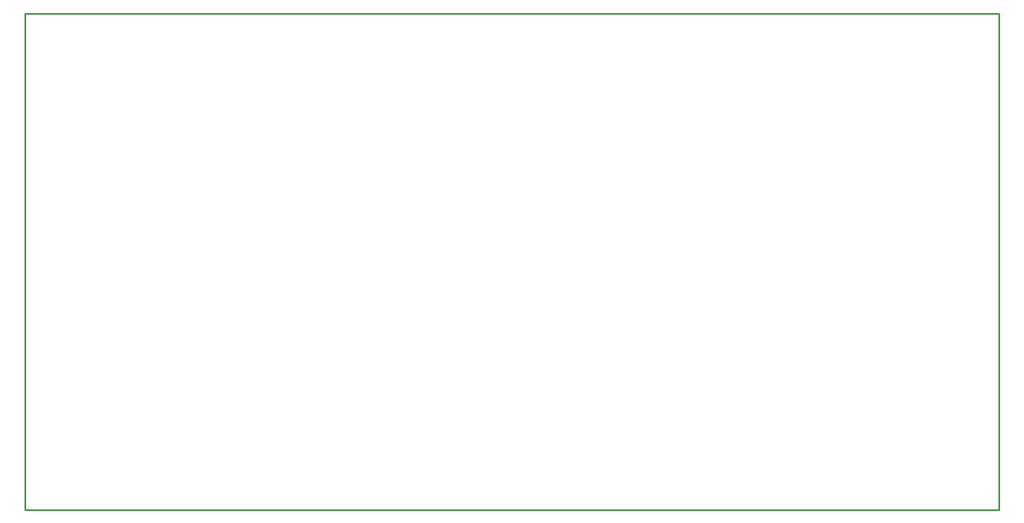
<source format=gko>
G04 Layer: BoardOutlineLayer*
G04 EasyEDA v6.5.8, 2022-08-15 07:29:34*
G04 028e3914a6f949ed9ca799ef75e4ed4f,10*
G04 Gerber Generator version 0.2*
G04 Scale: 100 percent, Rotated: No, Reflected: No *
G04 Dimensions in millimeters *
G04 leading zeros omitted , absolute positions ,4 integer and 5 decimal *
%FSLAX45Y45*%
%MOMM*%

%ADD10C,0.2540*%
D10*
X699998Y9699980D02*
G01*
X15199969Y9699980D01*
X15199969Y2299995D01*
X699998Y2299995D01*
X699998Y9699980D01*

%LPD*%
M02*

</source>
